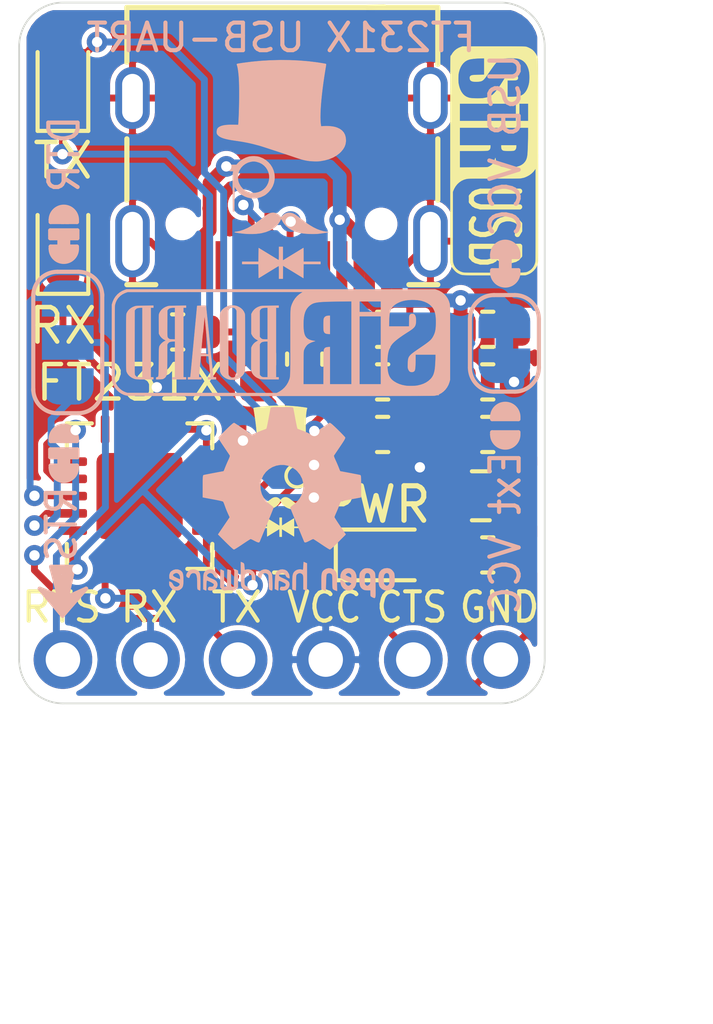
<source format=kicad_pcb>
(kicad_pcb (version 20171130) (host pcbnew "(5.1.2)-2")
  (title_block (title "USB to TTL Converter Based On The FT231XQ") (date 2020-02-06) (rev 3) (company SirBoard) (comment 1 www.SirBoard.com) (comment 2 "USB 2.0 Type-C Connector") (comment 3 FT231XQ))
  (layers (0 F.Cu signal) (31 B.Cu signal) (34 B.Paste user hide) (35 F.Paste user hide) (36 B.SilkS user) (37 F.SilkS user) (38 B.Mask user hide) (39 F.Mask user hide) (44 Edge.Cuts user))
  (net 0 "")
  (net 1 GND)
  (net 2 /D+)
  (net 3 /D-)
  (net 4 "Net-(FB1-Pad2)")
  (net 5 /VUSB)
  (net 6 "Net-(PWR1-Pad2)")
  (net 7 "Net-(R3-Pad2)")
  (net 8 VCC)
  (net 9 "Net-(C6-Pad1)")
  (net 10 CTS)
  (net 11 TX)
  (net 12 RX)
  (net 13 RTS)
  (net 14 "Net-(P1-PadB5)")
  (net 15 "Net-(P1-PadA8)")
  (net 16 "Net-(P1-PadA5)")
  (net 17 "Net-(P1-PadB8)")
  (net 18 uD-)
  (net 19 uD+)
  (net 20 "Net-(R5-Pad2)")
  (net 21 CBUS1)
  (net 22 CBUS2)
  (net 23 DTR_RTS)
  (net 24 DTR)
  (net 25 "Net-(U1-Pad16)")
  (net 26 "Net-(U1-Pad15)")
  (net 27 "Net-(U1-Pad5)")
  (net 28 "Net-(U1-Pad4)")
  (net 29 "Net-(U1-Pad2)")
  (module SirBoardLibrary:USB_C (layer F.Cu) (at 67.7799 37.211 180)
    (fp_text reference P1 hide)
    (fp_text value USB_C_Plug_USB2.0 hide)
    (pad B4 smd rect (at 5.4558 0.5866 180) (size 0.31 1.4) (layers F.Cu F.Paste F.Mask) (net 5 /VUSB))
    (pad B1 smd rect (at 6.2585 0.5866 180) (size 0.31 1.4) (layers F.Cu F.Paste F.Mask) (net 1 GND))
    (pad B9 smd rect (at 0.9685 0.5842 180) (size 0.31 1.4) (layers F.Cu F.Paste F.Mask) (net 5 /VUSB))
    (pad B12 smd rect (at 0.1685 0.5842 180) (size 0.31 1.4) (layers F.Cu F.Paste F.Mask) (net 1 GND))
    (pad A1 smd rect (at -0.1415 0.5866 180) (size 0.31 1.4) (layers F.Cu F.Paste F.Mask) (net 1 GND))
    (pad A12 smd rect (at 6.5685 0.5866 180) (size 0.31 1.4) (layers F.Cu F.Paste F.Mask) (net 1 GND))
    (pad "" np_thru_hole circle (at 0.3235 1.7866 180) (size 0.65 0.65) (drill oval 0.65) (layers *.Cu *.Mask))
    (pad "" np_thru_hole circle (at 6.1035 1.7866 180) (size 0.65 0.65) (drill oval 0.65) (layers *.Cu *.Mask))
    (pad S1 thru_hole oval (at -1.1065 5.4366 180) (size 1 1.8) (drill oval 0.6 1.4) (layers *.Cu *.Mask) (net 1 GND))
    (pad S1 thru_hole oval (at 7.5335 5.4366 180) (size 1 1.8) (drill oval 0.6 1.4) (layers *.Cu *.Mask) (net 1 GND))
    (pad S1 thru_hole oval (at 7.5335 1.2866 180) (size 1 2.1) (drill oval 0.6 1.7) (layers *.Cu *.Mask) (net 1 GND))
    (pad S1 thru_hole oval (at -1.1065 1.2866 180) (size 1 2.1) (drill oval 0.6 1.7) (layers *.Cu *.Mask) (net 1 GND))
    (pad B5 smd rect (at 4.9635 0.5866 180) (size 0.32 1.4) (layers F.Cu F.Paste F.Mask) (net 14 "Net-(P1-PadB5)"))
    (pad A8 smd rect (at 4.4635 0.5866 180) (size 0.32 1.4) (layers F.Cu F.Paste F.Mask) (net 15 "Net-(P1-PadA8)"))
    (pad B6 smd rect (at 3.9635 0.5866 180) (size 0.32 1.4) (layers F.Cu F.Paste F.Mask) (net 2 /D+))
    (pad A7 smd rect (at 3.4635 0.5866 180) (size 0.32 1.4) (layers F.Cu F.Paste F.Mask) (net 3 /D-))
    (pad A6 smd rect (at 2.9635 0.5866 180) (size 0.32 1.4) (layers F.Cu F.Paste F.Mask) (net 2 /D+))
    (pad B7 smd rect (at 2.4635 0.5866 180) (size 0.32 1.4) (layers F.Cu F.Paste F.Mask) (net 3 /D-))
    (pad A5 smd rect (at 1.9635 0.5866 180) (size 0.32 1.4) (layers F.Cu F.Paste F.Mask) (net 16 "Net-(P1-PadA5)"))
    (pad B8 smd rect (at 1.4635 0.5866 180) (size 0.32 1.4) (layers F.Cu F.Paste F.Mask) (net 17 "Net-(P1-PadB8)"))
    (pad A9 smd rect (at 5.7685 0.5866 180) (size 0.31 1.4) (layers F.Cu F.Paste F.Mask) (net 5 /VUSB))
    (pad A4 smd rect (at 0.6585 0.5866 180) (size 0.31 1.4) (layers F.Cu F.Paste F.Mask) (net 5 /VUSB))
  )
  (module Connector_PinHeader_2.54mm:PinHeader_1x06_P2.54mm_Horizontal (layer F.Cu) (at 70.9295 48.0568 270)
    (fp_text reference J1 hide)
    (fp_text value Conn_01x06)
    (pad 6 thru_hole oval (at 0 12.7 270) (size 1.7 1.7) (drill 1) (layers *.Cu *.Mask) (net 23 DTR_RTS))
    (pad 5 thru_hole oval (at 0 10.16 270) (size 1.7 1.7) (drill 1) (layers *.Cu *.Mask) (net 12 RX))
    (pad 4 thru_hole oval (at 0 7.62 270) (size 1.7 1.7) (drill 1) (layers *.Cu *.Mask) (net 11 TX))
    (pad 3 thru_hole oval (at 0 5.08 270) (size 1.7 1.7) (drill 1) (layers *.Cu *.Mask) (net 8 VCC))
    (pad 2 thru_hole oval (at 0 2.54 270) (size 1.7 1.7) (drill 1) (layers *.Cu *.Mask) (net 10 CTS))
    (pad 1 thru_hole circle (at 0 0 270) (size 1.7 1.7) (drill 1) (layers *.Cu *.Mask) (net 1 GND))
  )
  (module logo:Sir___66x25 (layer F.Cu) (at 70.739 33.5915 270)
    (fp_text reference G*** hide)
    (fp_text value LOGO hide)
  )
  (module Capacitor_SMD:C_0603_1608Metric (layer F.Cu) (at 64.516 45.0215)
    (fp_text reference C6 hide)
    (fp_text value 100nF)
    (pad 2 smd roundrect (at 0.7875 0) (size 0.875 0.95) (layers F.Cu F.Paste F.Mask) (net 1 GND))
    (pad 1 smd roundrect (at -0.7875 0) (size 0.875 0.95) (layers F.Cu F.Paste F.Mask) (net 9 "Net-(C6-Pad1)"))
  )
  (module logo:logo38x53 (layer F.Cu) (at 64.5414 42.5958)
    (fp_text reference G*** hide)
    (fp_text value LOGO hide)
  )
  (module Jumper:SolderJumper-3_P1.3mm_Open_RoundedPad1.0x1.5mm (layer B.Cu) (at 58.3692 38.862 90)
    (fp_text reference JP2 hide)
    (fp_text value SolderJumper_3_Open)
    (pad 2 smd rect (at 0 0 90) (size 1 1.5) (layers B.Cu B.Mask) (net 23 DTR_RTS))
    (pad 3 smd custom (at 1.3 0 90) (size 1 0.5) (layers B.Cu B.Mask) (net 24 DTR) (options (clearance outline) (anchor rect)) (primitives (gr_circle (center 0 -0.25) (end 0.5 -0.25) (width 0)) (gr_circle (center 0 0.25) (end 0.5 0.25) (width 0)) (gr_poly (pts (xy -0.55 0.75) (xy 0 0.75) (xy 0 -0.75) (xy -0.55 -0.75)) (width 0))))
    (pad 1 smd custom (at -1.3 0 90) (size 1 0.5) (layers B.Cu B.Mask) (net 13 RTS) (options (clearance outline) (anchor rect)) (primitives (gr_circle (center 0 -0.25) (end 0.5 -0.25) (width 0)) (gr_circle (center 0 0.25) (end 0.5 0.25) (width 0)) (gr_poly (pts (xy 0.55 0.75) (xy 0 0.75) (xy 0 -0.75) (xy 0.55 -0.75)) (width 0))))
  )
  (module Package_DFN_QFN:QFN-20-1EP_4x4mm_P0.5mm_EP2.5x2.5mm (layer F.Cu) (at 60.452 43.317 90)
    (fp_text reference FT231X (at 3.2866 -0.2794 180) (layer F.SilkS) (effects (font (thickness 0.13))))
    (fp_text value FT231XQ)
    (pad 20 smd roundrect (at -1 -1.9375 90) (size 0.25 0.825) (layers F.Cu F.Paste F.Mask) (net 9 "Net-(C6-Pad1)"))
    (pad 19 smd roundrect (at -0.5 -1.9375 90) (size 0.25 0.825) (layers F.Cu F.Paste F.Mask) (net 13 RTS))
    (pad 18 smd roundrect (at 0 -1.9375 90) (size 0.25 0.825) (layers F.Cu F.Paste F.Mask) (net 24 DTR))
    (pad 17 smd roundrect (at 0.5 -1.9375 90) (size 0.25 0.825) (layers F.Cu F.Paste F.Mask) (net 11 TX))
    (pad 16 smd roundrect (at 1 -1.9375 90) (size 0.25 0.825) (layers F.Cu F.Paste F.Mask) (net 25 "Net-(U1-Pad16)"))
    (pad 15 smd roundrect (at 1.9375 -1 90) (size 0.825 0.25) (layers F.Cu F.Paste F.Mask) (net 26 "Net-(U1-Pad15)"))
    (pad 14 smd roundrect (at 1.9375 -0.5 90) (size 0.825 0.25) (layers F.Cu F.Paste F.Mask) (net 21 CBUS1))
    (pad 13 smd roundrect (at 1.9375 0 90) (size 0.825 0.25) (layers F.Cu F.Paste F.Mask) (net 1 GND))
    (pad 12 smd roundrect (at 1.9375 0.5 90) (size 0.825 0.25) (layers F.Cu F.Paste F.Mask) (net 8 VCC))
    (pad 11 smd roundrect (at 1.9375 1 90) (size 0.825 0.25) (layers F.Cu F.Paste F.Mask) (net 9 "Net-(C6-Pad1)"))
    (pad 10 smd roundrect (at 1 1.9375 90) (size 0.25 0.825) (layers F.Cu F.Paste F.Mask) (net 9 "Net-(C6-Pad1)"))
    (pad 9 smd roundrect (at 0.5 1.9375 90) (size 0.25 0.825) (layers F.Cu F.Paste F.Mask) (net 18 uD-))
    (pad 8 smd roundrect (at 0 1.9375 90) (size 0.25 0.825) (layers F.Cu F.Paste F.Mask) (net 19 uD+))
    (pad 7 smd roundrect (at -0.5 1.9375 90) (size 0.25 0.825) (layers F.Cu F.Paste F.Mask) (net 22 CBUS2))
    (pad 6 smd roundrect (at -1 1.9375 90) (size 0.25 0.825) (layers F.Cu F.Paste F.Mask) (net 10 CTS))
    (pad 5 smd roundrect (at -1.9375 1 90) (size 0.825 0.25) (layers F.Cu F.Paste F.Mask) (net 27 "Net-(U1-Pad5)"))
    (pad 4 smd roundrect (at -1.9375 0.5 90) (size 0.825 0.25) (layers F.Cu F.Paste F.Mask) (net 28 "Net-(U1-Pad4)"))
    (pad 3 smd roundrect (at -1.9375 0 90) (size 0.825 0.25) (layers F.Cu F.Paste F.Mask) (net 1 GND))
    (pad 2 smd roundrect (at -1.9375 -0.5 90) (size 0.825 0.25) (layers F.Cu F.Paste F.Mask) (net 29 "Net-(U1-Pad2)"))
    (pad 1 smd roundrect (at -1.9375 -1 90) (size 0.825 0.25) (layers F.Cu F.Paste F.Mask) (net 12 RX))
    (pad 21 smd roundrect (at 0 0 90) (size 2.5 2.5) (layers F.Cu F.Mask) (roundrect_rratio 0.1) (net 1 GND))
  )
  (module logo:SirBoard98x31 (layer B.Cu) (at 64.5541 38.862 180)
    (fp_text reference G*** hide)
    (fp_text value LOGO hide)
  )
  (module Symbol:OSHW-Logo2_7.3x6mm_SilkScreen (layer B.Cu) (at 64.5795 43.4975 180)
    (fp_text reference REF** hide)
    (fp_text value OSHW-Logo2_7.3x6mm_SilkScreen hide)
  )
  (module logo:logo63x89 (layer B.Cu) (at 64.5541 33.8455 180)
    (fp_text reference G*** hide)
    (fp_text value LOGO hide)
  )
  (module Resistor_SMD:R_0603_1608Metric (layer F.Cu) (at 70.5485 45.0215)
    (fp_text reference R4 hide)
    (fp_text value 680E)
    (pad 2 smd roundrect (at 0.7875 0) (size 0.875 0.95) (layers F.Cu F.Paste F.Mask) (net 6 "Net-(PWR1-Pad2)"))
    (pad 1 smd roundrect (at -0.7875 0) (size 0.875 0.95) (layers F.Cu F.Paste F.Mask) (net 8 VCC))
  )
  (module Resistor_SMD:R_0603_1608Metric (layer F.Cu) (at 67.5005 40.005 180)
    (fp_text reference R3 hide)
    (fp_text value 680E)
    (pad 2 smd roundrect (at 0.7875 0 180) (size 0.875 0.95) (layers F.Cu F.Paste F.Mask) (net 7 "Net-(R3-Pad2)"))
    (pad 1 smd roundrect (at -0.7875 0 180) (size 0.875 0.95) (layers F.Cu F.Paste F.Mask) (net 8 VCC))
  )
  (module Inductor_SMD:L_0603_1608Metric (layer F.Cu) (at 70.5485 40.005)
    (fp_text reference FB1 hide)
    (fp_text value 40E@100MHz)
    (pad 2 smd roundrect (at 0.7875 0) (size 0.875 0.95) (layers F.Cu F.Paste F.Mask) (net 4 "Net-(FB1-Pad2)"))
    (pad 1 smd roundrect (at -0.7875 0) (size 0.875 0.95) (layers F.Cu F.Paste F.Mask) (net 8 VCC))
  )
  (module Capacitor_SMD:C_0603_1608Metric (layer F.Cu) (at 70.5485 41.529)
    (fp_text reference C4 hide)
    (fp_text value 100nF)
    (pad 2 smd roundrect (at 0.7875 0) (size 0.875 0.95) (layers F.Cu F.Paste F.Mask) (net 1 GND))
    (pad 1 smd roundrect (at -0.7875 0) (size 0.875 0.95) (layers F.Cu F.Paste F.Mask) (net 8 VCC))
  )
  (module Capacitor_SMD:C_0603_1608Metric (layer F.Cu) (at 70.5485 38.481)
    (fp_text reference C1 hide)
    (fp_text value 10nF)
    (pad 2 smd roundrect (at 0.7875 0) (size 0.875 0.95) (layers F.Cu F.Paste F.Mask) (net 1 GND))
    (pad 1 smd roundrect (at -0.7875 0) (size 0.875 0.95) (layers F.Cu F.Paste F.Mask) (net 5 /VUSB))
  )
  (module LED_SMD:LED_0603_1608Metric (layer F.Cu) (at 58.2295 31.242 90)
    (fp_text reference TX (at -2.3495 0 180) (layer F.SilkS) (effects (font (thickness 0.13))))
    (fp_text value GREEN)
    (pad 1 smd roundrect (at -0.7875 0 90) (size 0.875 0.95) (layers F.Cu F.Paste F.Mask) (net 22 CBUS2))
    (pad 2 smd roundrect (at 0.7875 0 90) (size 0.875 0.95) (layers F.Cu F.Paste F.Mask) (net 7 "Net-(R3-Pad2)"))
  )
  (module LED_SMD:LED_0603_1608Metric (layer F.Cu) (at 67.6275 45.0215)
    (fp_text reference PWR (at -0.3175 -1.4605 180) (layer F.SilkS))
    (fp_text value RED)
    (pad 2 smd roundrect (at 0.7875 0) (size 0.875 0.95) (layers F.Cu F.Paste F.Mask) (net 6 "Net-(PWR1-Pad2)"))
    (pad 1 smd roundrect (at -0.7875 0) (size 0.875 0.95) (layers F.Cu F.Paste F.Mask) (net 1 GND))
  )
  (module LED_SMD:LED_0603_1608Metric (layer F.Cu) (at 58.2295 35.9664 90)
    (fp_text reference RX (at -2.413 0 180) (layer F.SilkS) (effects (font (thickness 0.13))))
    (fp_text value GREEN)
    (pad 1 smd roundrect (at -0.7875 0 90) (size 0.875 0.95) (layers F.Cu F.Paste F.Mask) (net 21 CBUS1))
    (pad 2 smd roundrect (at 0.7875 0 90) (size 0.875 0.95) (layers F.Cu F.Paste F.Mask) (net 20 "Net-(R5-Pad2)"))
  )
  (module Resistor_SMD:R_0603_1608Metric (layer F.Cu) (at 67.5005 41.529 180)
    (fp_text reference R5 hide)
    (fp_text value 680E)
    (pad 2 smd roundrect (at 0.7875 0 180) (size 0.875 0.95) (layers F.Cu F.Paste F.Mask) (net 20 "Net-(R5-Pad2)"))
    (pad 1 smd roundrect (at -0.7875 0 180) (size 0.875 0.95) (layers F.Cu F.Paste F.Mask) (net 8 VCC))
  )
  (module Capacitor_SMD:C_0805_2012Metric (layer F.Cu) (at 70.3476 43.307)
    (fp_text reference C5 hide)
    (fp_text value 4.7uF)
    (pad 2 smd roundrect (at 0.9375 0) (size 0.975 1.4) (layers F.Cu F.Paste F.Mask) (net 1 GND))
    (pad 1 smd roundrect (at -0.9375 0) (size 0.975 1.4) (layers F.Cu F.Paste F.Mask) (net 8 VCC))
  )
  (module Jumper:SolderJumper-2_P1.3mm_Bridged_RoundedPad1.0x1.5mm (layer B.Cu) (at 71.0311 38.8874 270)
    (fp_text reference JP1 hide)
    (fp_text value SolderJumper_2_Open)
    (fp_poly (pts (xy 0.25 0.254) (xy -0.25 0.254) (xy -0.25 -0.254) (xy 0.25 -0.254)) (layer B.Cu) (width 0))
    (pad 1 smd custom (at -0.65 0 270) (size 1 0.5) (layers B.Cu B.Mask) (net 5 /VUSB) (options (clearance outline) (anchor rect)) (primitives (gr_circle (center 0 -0.25) (end 0.5 -0.25) (width 0)) (gr_circle (center 0 0.25) (end 0.5 0.25) (width 0)) (gr_poly (pts (xy 0 0.75) (xy 0.5 0.75) (xy 0.5 -0.75) (xy 0 -0.75)) (width 0))))
    (pad 2 smd custom (at 0.65 0 270) (size 1 0.5) (layers B.Cu B.Mask) (net 4 "Net-(FB1-Pad2)") (options (clearance outline) (anchor rect)) (primitives (gr_circle (center 0 -0.25) (end 0.5 -0.25) (width 0)) (gr_circle (center 0 0.25) (end 0.5 0.25) (width 0)) (gr_poly (pts (xy 0 0.75) (xy -0.5 0.75) (xy -0.5 -0.75) (xy 0 -0.75)) (width 0))))
  )
  (module Capacitor_SMD:C_0603_1608Metric (layer F.Cu) (at 61.5568 38.5572 180)
    (fp_text reference C3 hide)
    (fp_text value 47pF)
    (pad 2 smd roundrect (at 0.7875 0 180) (size 0.875 0.95) (layers F.Cu F.Paste F.Mask) (net 1 GND))
    (pad 1 smd roundrect (at -0.7875 0 180) (size 0.875 0.95) (layers F.Cu F.Paste F.Mask) (net 3 /D-))
  )
  (module Resistor_SMD:R_0603_1608Metric (layer F.Cu) (at 65.2399 39.3446 90)
    (fp_text reference R2 hide)
    (fp_text value 27e)
    (pad 2 smd roundrect (at 0.7875 0 90) (size 0.875 0.95) (layers F.Cu F.Paste F.Mask) (net 2 /D+))
    (pad 1 smd roundrect (at -0.7875 0 90) (size 0.875 0.95) (layers F.Cu F.Paste F.Mask) (net 19 uD+))
  )
  (module Resistor_SMD:R_0603_1608Metric (layer F.Cu) (at 63.8429 39.3446 270)
    (fp_text reference R1 hide)
    (fp_text value 27e)
    (pad 2 smd roundrect (at 0.7875 0 270) (size 0.875 0.95) (layers F.Cu F.Paste F.Mask) (net 18 uD-))
    (pad 1 smd roundrect (at -0.7875 0 270) (size 0.875 0.95) (layers F.Cu F.Paste F.Mask) (net 3 /D-))
  )
  (module Capacitor_SMD:C_0603_1608Metric (layer F.Cu) (at 67.5005 38.481)
    (fp_text reference C2 hide)
    (fp_text value 47pF)
    (pad 2 smd roundrect (at 0.7875 0) (size 0.875 0.95) (layers F.Cu F.Paste F.Mask) (net 1 GND))
    (pad 1 smd roundrect (at -0.7875 0) (size 0.875 0.95) (layers F.Cu F.Paste F.Mask) (net 2 /D+))
  )
  (gr_text USB (at 70.7136 35.4838 270) (layer F.SilkS) (effects (font (size 1.4 0.8))))
  (gr_arc (start 58.2295 30.2768) (end 58.2295 29.0068) (angle -90) (layer Edge.Cuts) (width 0.05))
  (gr_arc (start 70.9295 30.2768) (end 72.1995 30.2768) (angle -90) (layer Edge.Cuts) (width 0.05))
  (gr_arc (start 70.9295 48.0568) (end 70.9295 49.3268) (angle -90) (layer Edge.Cuts) (width 0.05))
  (gr_line (start 58.1152 45.5168) (end 58.2168 46.1264) (layer B.SilkS) (width 0.12))
  (gr_line (start 58.2422 45.5168) (end 58.1152 45.5168) (layer B.SilkS) (width 0.12))
  (gr_line (start 58.293 46.2026) (end 58.2422 45.5168) (layer B.SilkS) (width 0.12))
  (gr_line (start 58.3692 45.4914) (end 58.293 46.2026) (layer B.SilkS) (width 0.12))
  (gr_line (start 58.039 45.4406) (end 58.3692 45.4914) (layer B.SilkS) (width 0.12))
  (gr_line (start 58.166 46.2026) (end 58.039 45.4406) (layer B.SilkS) (width 0.12))
  (gr_line (start 57.9628 45.4152) (end 58.166 46.2026) (layer B.SilkS) (width 0.12))
  (gr_line (start 58.4454 45.4152) (end 57.9628 45.4152) (layer B.SilkS) (width 0.12))
  (gr_line (start 58.3438 46.2534) (end 58.4454 45.4152) (layer B.SilkS) (width 0.12))
  (gr_line (start 58.547 45.3644) (end 58.3438 46.2534) (layer B.SilkS) (width 0.12))
  (gr_line (start 57.8866 45.3644) (end 58.547 45.3644) (layer B.SilkS) (width 0.12))
  (gr_line (start 58.0898 46.1264) (end 57.8866 45.3644) (layer B.SilkS) (width 0.12))
  (gr_line (start 58.0898 46.3042) (end 58.293 46.355) (layer B.SilkS) (width 0.12))
  (gr_line (start 58.3946 46.3042) (end 58.0898 46.3042) (layer B.SilkS) (width 0.12))
  (gr_line (start 58.1914 46.4312) (end 58.3946 46.3042) (layer B.SilkS) (width 0.12))
  (gr_line (start 57.9882 46.2534) (end 58.1914 46.4312) (layer B.SilkS) (width 0.12))
  (gr_line (start 58.547 46.228) (end 57.9882 46.2534) (layer B.SilkS) (width 0.12))
  (gr_line (start 58.1914 46.5074) (end 58.547 46.228) (layer B.SilkS) (width 0.12))
  (gr_line (start 57.8358 46.1772) (end 58.1914 46.5074) (layer B.SilkS) (width 0.12))
  (gr_line (start 58.2168 46.5836) (end 57.8358 46.1772) (layer B.SilkS) (width 0.12))
  (gr_line (start 58.7248 46.1518) (end 58.2168 46.5836) (layer B.SilkS) (width 0.12))
  (gr_line (start 58.2168 46.6852) (end 58.7248 46.1518) (layer B.SilkS) (width 0.12))
  (gr_line (start 57.658 46.0756) (end 58.2168 46.6852) (layer B.SilkS) (width 0.12))
  (gr_line (start 58.9026 45.9994) (end 58.2168 46.7868) (layer B.SilkS) (width 0.12))
  (gr_line (start 58.4454 46.2026) (end 58.9026 45.9994) (layer B.SilkS) (width 0.12))
  (gr_line (start 58.0644 46.2026) (end 58.4454 46.2026) (layer B.SilkS) (width 0.12))
  (gr_line (start 57.5564 45.9994) (end 58.0644 46.2026) (layer B.SilkS) (width 0.12))
  (gr_line (start 58.2168 46.7868) (end 57.5564 45.9994) (layer B.SilkS) (width 0.12))
  (gr_line (start 57.8612 42.1132) (end 58.6486 42.1132) (layer B.SilkS) (width 0.12))
  (gr_text RTS (at 58.1914 44.1198 90) (layer B.SilkS) (effects (font (size 0.85 0.8) (thickness 0.12)) (justify mirror)))
  (gr_line (start 57.8612 42.0116) (end 58.6486 42.0116) (layer B.SilkS) (width 0.12))
  (gr_line (start 58.6486 42.1894) (end 57.8612 42.1894) (layer B.SilkS) (width 0.12))
  (gr_line (start 57.8612 42.1894) (end 57.8612 41.9608) (layer B.SilkS) (width 0.12))
  (gr_line (start 58.3184 41.7195) (end 58.3819 41.7195) (layer B.SilkS) (width 0.12))
  (gr_line (start 58.1279 42.4942) (end 58.2549 42.4307) (layer B.SilkS) (width 0.12))
  (gr_line (start 58.2549 42.4307) (end 58.1914 42.4307) (layer B.SilkS) (width 0.12))
  (gr_line (start 58.1914 42.4307) (end 58.1914 42.0497) (layer B.SilkS) (width 0.12))
  (gr_line (start 58.1914 41.7195) (end 58.2549 41.7195) (layer B.SilkS) (width 0.12))
  (gr_line (start 58.3819 41.3385) (end 58.1914 41.3385) (layer B.SilkS) (width 0.12))
  (gr_line (start 58.1914 41.3385) (end 57.9374 41.4655) (layer B.SilkS) (width 0.12))
  (gr_line (start 58.2549 42.0497) (end 58.2549 42.4307) (layer B.SilkS) (width 0.12))
  (gr_line (start 58.3184 42.4307) (end 58.3184 42.0497) (layer B.SilkS) (width 0.12))
  (gr_line (start 58.3184 41.402) (end 58.1914 41.402) (layer B.SilkS) (width 0.12))
  (gr_line (start 58.3819 42.0497) (end 58.3819 42.4942) (layer B.SilkS) (width 0.12))
  (gr_line (start 58.1279 42.0497) (end 58.1279 42.4942) (layer B.SilkS) (width 0.12))
  (gr_line (start 57.8612 42.0624) (end 58.6486 42.0624) (layer B.SilkS) (width 0.12))
  (gr_line (start 57.8612 41.9608) (end 58.6486 41.9608) (layer B.SilkS) (width 0.12))
  (gr_line (start 58.6486 41.9608) (end 58.6486 42.1894) (layer B.SilkS) (width 0.12))
  (gr_line (start 58.4454 41.5925) (end 58.3184 41.402) (layer B.SilkS) (width 0.12))
  (gr_line (start 57.9374 41.529) (end 58.3184 41.529) (layer B.SilkS) (width 0.12))
  (gr_line (start 57.8739 42.4307) (end 58.6359 42.4307) (layer B.SilkS) (width 0.12))
  (gr_line (start 57.8739 42.4942) (end 58.6359 42.4942) (layer B.SilkS) (width 0.12))
  (gr_line (start 58.5724 41.5925) (end 58.3819 41.3385) (layer B.SilkS) (width 0.12))
  (gr_line (start 58.0644 42.5577) (end 58.1914 42.7482) (layer B.SilkS) (width 0.12))
  (gr_arc (start 58.2549 42.4942) (end 57.8739 42.4942) (angle -180) (layer B.SilkS) (width 0.12))
  (gr_arc (start 58.2549 41.656) (end 58.6359 41.656) (angle -180) (layer B.SilkS) (width 0.12))
  (gr_line (start 58.6359 42.4307) (end 58.6359 42.4942) (layer B.SilkS) (width 0.12))
  (gr_line (start 58.1914 42.6212) (end 58.2549 42.6847) (layer B.SilkS) (width 0.12))
  (gr_line (start 58.2549 42.6847) (end 58.3184 42.6847) (layer B.SilkS) (width 0.12))
  (gr_line (start 58.5724 42.6847) (end 58.5724 42.5577) (layer B.SilkS) (width 0.12))
  (gr_line (start 57.9374 42.5577) (end 58.1279 42.8117) (layer B.SilkS) (width 0.12))
  (gr_line (start 58.5724 42.6212) (end 58.1914 42.6212) (layer B.SilkS) (width 0.12))
  (gr_line (start 58.3184 42.8117) (end 58.5724 42.6847) (layer B.SilkS) (width 0.12))
  (gr_line (start 58.1914 42.7482) (end 58.3184 42.7482) (layer B.SilkS) (width 0.12))
  (gr_line (start 58.5724 42.5577) (end 58.0644 42.5577) (layer B.SilkS) (width 0.12))
  (gr_line (start 57.8739 42.4942) (end 57.8739 42.4307) (layer B.SilkS) (width 0.12))
  (gr_line (start 58.3184 42.7482) (end 58.5724 42.6212) (layer B.SilkS) (width 0.12))
  (gr_line (start 58.3184 41.529) (end 58.2549 41.4655) (layer B.SilkS) (width 0.12))
  (gr_line (start 58.1279 42.8117) (end 58.3184 42.8117) (layer B.SilkS) (width 0.12))
  (gr_line (start 58.1914 41.402) (end 57.9374 41.529) (layer B.SilkS) (width 0.12))
  (gr_line (start 58.6359 41.656) (end 58.6359 41.7195) (layer B.SilkS) (width 0.12))
  (gr_line (start 58.6359 41.7195) (end 57.8739 41.7195) (layer B.SilkS) (width 0.12))
  (gr_line (start 57.9374 41.4655) (end 57.9374 41.5925) (layer B.SilkS) (width 0.12))
  (gr_line (start 57.8739 41.7195) (end 57.8739 41.656) (layer B.SilkS) (width 0.12))
  (gr_line (start 57.9374 41.5925) (end 58.4454 41.5925) (layer B.SilkS) (width 0.12))
  (gr_line (start 58.2549 41.4655) (end 58.1914 41.4655) (layer B.SilkS) (width 0.12))
  (gr_line (start 58.6359 41.656) (end 57.8739 41.656) (layer B.SilkS) (width 0.12))
  (gr_text DTR (at 58.2676 33.401 90) (layer B.SilkS) (effects (font (size 0.85 0.8) (thickness 0.12)) (justify mirror)))
  (gr_line (start 57.8612 35.7632) (end 58.6486 35.7632) (layer B.SilkS) (width 0.12))
  (gr_line (start 57.8612 35.7124) (end 58.6486 35.7124) (layer B.SilkS) (width 0.12))
  (gr_line (start 57.8612 35.6616) (end 58.6486 35.6616) (layer B.SilkS) (width 0.12))
  (gr_line (start 57.8612 35.8394) (end 57.8612 35.6108) (layer B.SilkS) (width 0.12))
  (gr_line (start 58.6486 35.8394) (end 57.8612 35.8394) (layer B.SilkS) (width 0.12))
  (gr_line (start 58.6486 35.6108) (end 58.6486 35.8394) (layer B.SilkS) (width 0.12))
  (gr_line (start 57.8612 35.6108) (end 58.6486 35.6108) (layer B.SilkS) (width 0.12))
  (gr_line (start 58.6359 35.3695) (end 57.8739 35.3695) (layer B.SilkS) (width 0.12))
  (gr_line (start 57.9374 35.2425) (end 58.4454 35.2425) (layer B.SilkS) (width 0.12))
  (gr_line (start 57.8739 35.3695) (end 57.8739 35.306) (layer B.SilkS) (width 0.12))
  (gr_line (start 58.6359 35.306) (end 57.8739 35.306) (layer B.SilkS) (width 0.12))
  (gr_line (start 57.9374 35.1155) (end 57.9374 35.2425) (layer B.SilkS) (width 0.12))
  (gr_line (start 58.2549 35.1155) (end 58.1914 35.1155) (layer B.SilkS) (width 0.12))
  (gr_line (start 58.3819 34.9885) (end 58.1914 34.9885) (layer B.SilkS) (width 0.12))
  (gr_line (start 58.1914 34.9885) (end 57.9374 35.1155) (layer B.SilkS) (width 0.12))
  (gr_line (start 58.3184 35.052) (end 58.1914 35.052) (layer B.SilkS) (width 0.12))
  (gr_line (start 58.3819 35.6997) (end 58.3819 36.1442) (layer B.SilkS) (width 0.12))
  (gr_line (start 58.1279 35.6997) (end 58.1279 36.1442) (layer B.SilkS) (width 0.12))
  (gr_line (start 58.1279 36.1442) (end 58.2549 36.0807) (layer B.SilkS) (width 0.12))
  (gr_line (start 58.2549 36.0807) (end 58.1914 36.0807) (layer B.SilkS) (width 0.12))
  (gr_line (start 58.1914 36.0807) (end 58.1914 35.6997) (layer B.SilkS) (width 0.12))
  (gr_line (start 58.1914 35.3695) (end 58.2549 35.3695) (layer B.SilkS) (width 0.12))
  (gr_line (start 58.2549 35.6997) (end 58.2549 36.0807) (layer B.SilkS) (width 0.12))
  (gr_line (start 58.3184 36.0807) (end 58.3184 35.6997) (layer B.SilkS) (width 0.12))
  (gr_line (start 58.3184 35.3695) (end 58.3819 35.3695) (layer B.SilkS) (width 0.12))
  (gr_line (start 58.5724 36.2077) (end 58.0644 36.2077) (layer B.SilkS) (width 0.12))
  (gr_line (start 58.3184 35.179) (end 58.2549 35.1155) (layer B.SilkS) (width 0.12))
  (gr_line (start 58.6359 35.306) (end 58.6359 35.3695) (layer B.SilkS) (width 0.12))
  (gr_line (start 58.5724 36.2712) (end 58.1914 36.2712) (layer B.SilkS) (width 0.12))
  (gr_line (start 57.8739 36.1442) (end 57.8739 36.0807) (layer B.SilkS) (width 0.12))
  (gr_line (start 58.1914 36.3982) (end 58.3184 36.3982) (layer B.SilkS) (width 0.12))
  (gr_line (start 58.3184 36.3982) (end 58.5724 36.2712) (layer B.SilkS) (width 0.12))
  (gr_line (start 58.1914 36.2712) (end 58.2549 36.3347) (layer B.SilkS) (width 0.12))
  (gr_line (start 57.9374 36.2077) (end 58.1279 36.4617) (layer B.SilkS) (width 0.12))
  (gr_line (start 58.1279 36.4617) (end 58.3184 36.4617) (layer B.SilkS) (width 0.12))
  (gr_line (start 58.2549 36.3347) (end 58.3184 36.3347) (layer B.SilkS) (width 0.12))
  (gr_line (start 58.1914 35.052) (end 57.9374 35.179) (layer B.SilkS) (width 0.12))
  (gr_line (start 58.5724 36.3347) (end 58.5724 36.2077) (layer B.SilkS) (width 0.12))
  (gr_line (start 58.3184 36.4617) (end 58.5724 36.3347) (layer B.SilkS) (width 0.12))
  (gr_line (start 58.6359 36.0807) (end 58.6359 36.1442) (layer B.SilkS) (width 0.12))
  (gr_line (start 57.8739 36.0807) (end 58.6359 36.0807) (layer B.SilkS) (width 0.12))
  (gr_line (start 57.8739 36.1442) (end 58.6359 36.1442) (layer B.SilkS) (width 0.12))
  (gr_arc (start 58.2549 36.1442) (end 57.8739 36.1442) (angle -180) (layer B.SilkS) (width 0.12))
  (gr_line (start 58.5724 35.2425) (end 58.3819 34.9885) (layer B.SilkS) (width 0.12))
  (gr_line (start 58.0644 36.2077) (end 58.1914 36.3982) (layer B.SilkS) (width 0.12))
  (gr_line (start 57.9374 35.179) (end 58.3184 35.179) (layer B.SilkS) (width 0.12))
  (gr_line (start 58.4454 35.2425) (end 58.3184 35.052) (layer B.SilkS) (width 0.12))
  (gr_arc (start 58.2549 35.306) (end 58.6359 35.306) (angle -180) (layer B.SilkS) (width 0.12))
  (gr_line (start 71.1835 36.3855) (end 71.1835 36.83) (layer B.SilkS) (width 0.12))
  (gr_line (start 71.12 36.3855) (end 71.1835 36.3855) (layer B.SilkS) (width 0.12))
  (gr_line (start 71.12 36.7665) (end 71.12 36.3855) (layer B.SilkS) (width 0.12))
  (gr_line (start 71.0565 36.3855) (end 71.0565 36.7665) (layer B.SilkS) (width 0.12))
  (gr_line (start 70.993 36.3855) (end 71.0565 36.3855) (layer B.SilkS) (width 0.12))
  (gr_line (start 70.993 36.7665) (end 70.993 36.3855) (layer B.SilkS) (width 0.12))
  (gr_line (start 71.0565 36.7665) (end 70.993 36.7665) (layer B.SilkS) (width 0.12))
  (gr_line (start 70.9295 36.83) (end 71.0565 36.7665) (layer B.SilkS) (width 0.12))
  (gr_line (start 70.9295 36.3855) (end 70.9295 36.83) (layer B.SilkS) (width 0.12))
  (gr_line (start 70.993 41.783) (end 71.12 41.783) (layer B.SilkS) (width 0.12))
  (gr_line (start 71.12 41.8465) (end 71.374 41.7195) (layer B.SilkS) (width 0.12))
  (gr_line (start 70.9295 41.8465) (end 71.12 41.8465) (layer B.SilkS) (width 0.12))
  (gr_line (start 71.0565 41.7195) (end 71.12 41.7195) (layer B.SilkS) (width 0.12))
  (gr_line (start 70.993 40.767) (end 70.739 40.894) (layer B.SilkS) (width 0.12))
  (gr_line (start 71.12 40.894) (end 71.0565 40.8305) (layer B.SilkS) (width 0.12))
  (gr_line (start 70.739 40.894) (end 71.12 40.894) (layer B.SilkS) (width 0.12))
  (gr_line (start 71.374 41.7195) (end 71.374 41.5925) (layer B.SilkS) (width 0.12))
  (gr_line (start 70.6755 41.529) (end 71.4375 41.529) (layer B.SilkS) (width 0.12))
  (gr_line (start 71.4375 41.4655) (end 71.4375 41.529) (layer B.SilkS) (width 0.12))
  (gr_line (start 71.374 41.5925) (end 70.866 41.5925) (layer B.SilkS) (width 0.12))
  (gr_line (start 70.6755 41.4655) (end 71.4375 41.4655) (layer B.SilkS) (width 0.12))
  (gr_line (start 70.866 41.5925) (end 70.993 41.783) (layer B.SilkS) (width 0.12))
  (gr_arc (start 71.0565 41.529) (end 70.6755 41.529) (angle -180) (layer B.SilkS) (width 0.12))
  (gr_line (start 70.6755 41.529) (end 70.6755 41.4655) (layer B.SilkS) (width 0.12))
  (gr_line (start 70.739 41.5925) (end 70.9295 41.8465) (layer B.SilkS) (width 0.12))
  (gr_line (start 71.374 41.656) (end 70.993 41.656) (layer B.SilkS) (width 0.12))
  (gr_line (start 70.993 41.656) (end 71.0565 41.7195) (layer B.SilkS) (width 0.12))
  (gr_line (start 71.12 41.783) (end 71.374 41.656) (layer B.SilkS) (width 0.12))
  (gr_line (start 71.374 40.9575) (end 71.1835 40.7035) (layer B.SilkS) (width 0.12))
  (gr_line (start 71.4375 41.021) (end 71.4375 41.0845) (layer B.SilkS) (width 0.12))
  (gr_arc (start 71.0565 41.021) (end 71.4375 41.021) (angle -180) (layer B.SilkS) (width 0.12))
  (gr_line (start 71.247 40.9575) (end 71.12 40.767) (layer B.SilkS) (width 0.12))
  (gr_line (start 70.739 40.9575) (end 71.247 40.9575) (layer B.SilkS) (width 0.12))
  (gr_line (start 70.6755 41.0845) (end 70.6755 41.021) (layer B.SilkS) (width 0.12))
  (gr_line (start 71.4375 41.021) (end 70.6755 41.021) (layer B.SilkS) (width 0.12))
  (gr_line (start 70.739 40.8305) (end 70.739 40.9575) (layer B.SilkS) (width 0.12))
  (gr_line (start 71.0565 40.8305) (end 70.993 40.8305) (layer B.SilkS) (width 0.12))
  (gr_line (start 71.1835 40.7035) (end 70.993 40.7035) (layer B.SilkS) (width 0.12))
  (gr_line (start 70.993 40.7035) (end 70.739 40.8305) (layer B.SilkS) (width 0.12))
  (gr_line (start 71.12 40.767) (end 70.993 40.767) (layer B.SilkS) (width 0.12))
  (gr_line (start 71.4375 41.0845) (end 70.6755 41.0845) (layer B.SilkS) (width 0.12))
  (gr_text "USB VCC" (at 71.0565 33.147 90) (layer B.SilkS) (effects (font (size 0.85 0.8) (thickness 0.12)) (justify mirror)))
  (gr_text "Ext VCC" (at 71.0565 44.3865 90) (layer B.SilkS) (effects (font (size 0.85 0.8) (thickness 0.12)) (justify mirror)))
  (gr_line (start 71.12 36.068) (end 70.993 36.068) (layer B.SilkS) (width 0.12))
  (gr_line (start 70.993 36.0045) (end 70.739 36.1315) (layer B.SilkS) (width 0.12))
  (gr_line (start 71.1835 36.0045) (end 70.993 36.0045) (layer B.SilkS) (width 0.12))
  (gr_line (start 71.0565 36.1315) (end 70.993 36.1315) (layer B.SilkS) (width 0.12))
  (gr_line (start 70.739 36.1315) (end 70.739 36.2585) (layer B.SilkS) (width 0.12))
  (gr_line (start 71.4375 36.322) (end 70.6755 36.322) (layer B.SilkS) (width 0.12))
  (gr_line (start 70.6755 36.3855) (end 70.6755 36.322) (layer B.SilkS) (width 0.12))
  (gr_line (start 70.739 36.2585) (end 71.247 36.2585) (layer B.SilkS) (width 0.12))
  (gr_line (start 71.4375 36.3855) (end 70.6755 36.3855) (layer B.SilkS) (width 0.12))
  (gr_line (start 71.247 36.2585) (end 71.12 36.068) (layer B.SilkS) (width 0.12))
  (gr_arc (start 71.0565 36.322) (end 71.4375 36.322) (angle -180) (layer B.SilkS) (width 0.12))
  (gr_line (start 71.4375 36.322) (end 71.4375 36.3855) (layer B.SilkS) (width 0.12))
  (gr_line (start 71.374 36.2585) (end 71.1835 36.0045) (layer B.SilkS) (width 0.12))
  (gr_line (start 70.739 36.195) (end 71.12 36.195) (layer B.SilkS) (width 0.12))
  (gr_line (start 71.12 36.195) (end 71.0565 36.1315) (layer B.SilkS) (width 0.12))
  (gr_line (start 70.993 36.068) (end 70.739 36.195) (layer B.SilkS) (width 0.12))
  (gr_line (start 71.0565 37.0205) (end 71.12 37.0205) (layer B.SilkS) (width 0.12))
  (gr_line (start 70.993 36.957) (end 71.0565 37.0205) (layer B.SilkS) (width 0.12))
  (gr_line (start 71.374 36.957) (end 70.993 36.957) (layer B.SilkS) (width 0.12))
  (gr_line (start 71.12 37.084) (end 71.374 36.957) (layer B.SilkS) (width 0.12))
  (gr_line (start 70.993 37.084) (end 71.12 37.084) (layer B.SilkS) (width 0.12))
  (gr_line (start 70.866 36.8935) (end 70.993 37.084) (layer B.SilkS) (width 0.12))
  (gr_line (start 71.374 36.8935) (end 70.866 36.8935) (layer B.SilkS) (width 0.12))
  (gr_line (start 71.374 37.0205) (end 71.374 36.8935) (layer B.SilkS) (width 0.12))
  (gr_line (start 71.12 37.1475) (end 71.374 37.0205) (layer B.SilkS) (width 0.12))
  (gr_line (start 70.9295 37.1475) (end 71.12 37.1475) (layer B.SilkS) (width 0.12))
  (gr_line (start 70.739 36.8935) (end 70.9295 37.1475) (layer B.SilkS) (width 0.12))
  (gr_line (start 70.6755 36.83) (end 70.6755 36.7665) (layer B.SilkS) (width 0.12))
  (gr_line (start 71.4375 36.7665) (end 71.4375 36.83) (layer B.SilkS) (width 0.12))
  (gr_line (start 70.6755 36.7665) (end 71.4375 36.7665) (layer B.SilkS) (width 0.12))
  (gr_line (start 70.6755 36.83) (end 71.4375 36.83) (layer B.SilkS) (width 0.12))
  (gr_arc (start 71.0565 36.83) (end 70.6755 36.83) (angle -180) (layer B.SilkS) (width 0.12))
  (gr_text GND (at 70.88886 46.54042) (layer F.SilkS) (effects (font (size 0.85 0.75) (thickness 0.12))))
  (gr_text CTS (at 68.34886 46.54042) (layer F.SilkS) (effects (font (size 0.85 0.75) (thickness 0.12))))
  (gr_text VCC (at 65.80886 46.54042) (layer F.SilkS) (effects (font (size 0.85 0.75) (thickness 0.12))))
  (gr_text TX (at 63.26886 46.54042) (layer F.SilkS) (effects (font (size 0.85 0.85) (thickness 0.12))))
  (gr_text RX (at 60.72886 46.54042) (layer F.SilkS) (effects (font (size 0.85 0.85) (thickness 0.12))))
  (gr_text RTS (at 58.18886 46.54042) (layer F.SilkS) (effects (font (size 0.85 0.85) (thickness 0.12))))
  (gr_line (start 70.9295 29.0068) (end 58.2295 29.0068) (layer Edge.Cuts) (width 0.05))
  (gr_arc (start 58.2295 48.0568) (end 56.9595 48.0568) (angle -90) (layer Edge.Cuts) (width 0.05))
  (gr_line (start 58.2295 49.3268) (end 70.9295 49.3268) (layer Edge.Cuts) (width 0.05))
  (gr_line (start 56.9595 48.0568) (end 56.9595 30.2768) (layer Edge.Cuts) (width 0.05))
  (gr_line (start 72.1995 48.0568) (end 72.1995 30.2768) (layer Edge.Cuts) (width 0.05))
  (gr_text "FT231X USB-UART" (at 64.5541 30.0228) (layer B.SilkS) (effects (font (size 0.8 0.8) (thickness 0.12)) (justify mirror)))
  (segment (start 61.5214 36.6244) (end 61.2114 36.6244) (width 0.2) (layer F.Cu) (net 1))
  (segment (start 60.7529 35.9244) (end 61.2114 36.3829) (width 0.2) (layer F.Cu) (net 1))
  (segment (start 60.2464 35.9244) (end 60.7529 35.9244) (width 0.2) (layer F.Cu) (net 1))
  (segment (start 61.2114 36.3829) (end 61.2114 36.6244) (width 0.2) (layer F.Cu) (net 1))
  (segment (start 67.919 36.6268) (end 67.9214 36.6244) (width 0.2) (layer F.Cu) (net 1))
  (segment (start 67.6114 36.6268) (end 67.919 36.6268) (width 0.2) (layer F.Cu) (net 1))
  (segment (start 68.1864 36.6244) (end 68.8864 35.9244) (width 0.2) (layer F.Cu) (net 1))
  (segment (start 67.9214 36.6244) (end 68.1864 36.6244) (width 0.2) (layer F.Cu) (net 1))
  (segment (start 64.8164 38.1336) (end 65.2399 38.5571) (width 0.2) (layer F.Cu) (net 2))
  (segment (start 64.8164 36.6244) (end 64.8164 38.1336) (width 0.2) (layer F.Cu) (net 2))
  (via (at 64.8335 35.3568) (size 0.6) (drill 0.3) (layers F.Cu B.Cu) (net 2))
  (segment (start 64.8164 36.6244) (end 64.8164 35.48541) (width 0.2) (layer F.Cu) (net 2))
  (segment (start 64.8164 35.48541) (end 64.84341 35.4584) (width 0.2) (layer F.Cu) (net 2))
  (segment (start 64.8335 35.3568) (end 63.9445 35.3568) (width 0.2) (layer B.Cu) (net 2))
  (segment (start 63.9445 35.3568) (end 63.761899 35.174199) (width 0.2) (layer B.Cu) (net 2))
  (via (at 63.4619 34.8742) (size 0.6) (drill 0.3) (layers F.Cu B.Cu) (net 2))
  (segment (start 63.761899 35.174199) (end 63.4619 34.8742) (width 0.2) (layer B.Cu) (net 2))
  (segment (start 63.6905 35.1028) (end 63.4619 34.8742) (width 0.2) (layer F.Cu) (net 2))
  (segment (start 63.6905 35.687) (end 63.6905 35.1028) (width 0.2) (layer F.Cu) (net 2))
  (segment (start 63.8164 36.6244) (end 63.8164 35.8129) (width 0.2) (layer F.Cu) (net 2))
  (segment (start 63.8164 35.8129) (end 63.6905 35.687) (width 0.2) (layer F.Cu) (net 2))
  (segment (start 66.6369 38.5571) (end 65.2399 38.5571) (width 0.2) (layer F.Cu) (net 2))
  (segment (start 66.713 38.481) (end 66.6369 38.5571) (width 0.2) (layer F.Cu) (net 2))
  (segment (start 64.3164 38.0836) (end 63.8429 38.5571) (width 0.2) (layer F.Cu) (net 3))
  (segment (start 64.3164 36.6244) (end 64.3164 38.0836) (width 0.2) (layer F.Cu) (net 3))
  (segment (start 65.3164 35.7244) (end 65.3164 36.6244) (width 0.2) (layer F.Cu) (net 3))
  (segment (start 65.4431 35.5977) (end 65.3164 35.7244) (width 0.2) (layer F.Cu) (net 3))
  (segment (start 65.4431 35.0266) (end 65.4431 35.5977) (width 0.2) (layer F.Cu) (net 3))
  (segment (start 64.3164 35.7244) (end 64.1731 35.5811) (width 0.2) (layer F.Cu) (net 3))
  (segment (start 64.3164 36.6244) (end 64.3164 35.7244) (width 0.2) (layer F.Cu) (net 3))
  (segment (start 64.1731 35.5811) (end 64.1731 35.0266) (width 0.2) (layer F.Cu) (net 3))
  (segment (start 64.4779 34.7218) (end 65.1383 34.7218) (width 0.2) (layer F.Cu) (net 3))
  (segment (start 64.1731 35.0266) (end 64.4779 34.7218) (width 0.2) (layer F.Cu) (net 3))
  (segment (start 65.1383 34.7218) (end 65.4431 35.0266) (width 0.2) (layer F.Cu) (net 3))
  (segment (start 62.3444 38.5571) (end 62.3443 38.5572) (width 0.2) (layer F.Cu) (net 3))
  (segment (start 63.8429 38.5571) (end 62.3444 38.5571) (width 0.2) (layer F.Cu) (net 3))
  (via (at 71.3105 40.005) (size 0.6) (drill 0.3) (layers F.Cu B.Cu) (net 4))
  (segment (start 62.0114 36.6244) (end 62.3241 36.6244) (width 0.2) (layer F.Cu) (net 5))
  (segment (start 66.9671 36.688838) (end 66.9671 36.1188) (width 0.4) (layer F.Cu) (net 5))
  (segment (start 67.004701 35.978601) (end 66.6877 35.6616) (width 0.4) (layer F.Cu) (net 5))
  (segment (start 66.649101 35.623001) (end 66.3321 35.306) (width 0.4) (layer F.Cu) (net 5))
  (segment (start 62.483501 35.598599) (end 62.1665 35.9156) (width 0.4) (layer F.Cu) (net 5))
  (via (at 62.9666 33.7566) (size 0.6) (drill 0.3) (layers F.Cu B.Cu) (net 5))
  (segment (start 62.483501 35.598599) (end 62.483501 34.988001) (width 0.4) (layer F.Cu) (net 5))
  (segment (start 62.483501 34.988001) (end 62.4713 34.9758) (width 0.4) (layer F.Cu) (net 5))
  (segment (start 62.1665 36.5506) (end 62.1665 35.940002) (width 0.4) (layer F.Cu) (net 5))
  (segment (start 69.761 37.6429) (end 69.7611 37.6428) (width 0.4) (layer F.Cu) (net 5))
  (segment (start 69.761 38.481) (end 69.761 37.6429) (width 0.4) (layer F.Cu) (net 5))
  (via (at 69.7611 37.6428) (size 0.6) (drill 0.3) (layers F.Cu B.Cu) (net 5))
  (segment (start 67.3227 37.6428) (end 66.2559 36.576) (width 0.4) (layer B.Cu) (net 5))
  (segment (start 66.2559 36.576) (end 66.2559 35.306) (width 0.4) (layer B.Cu) (net 5))
  (via (at 66.2559 35.306) (size 0.6) (drill 0.3) (layers F.Cu B.Cu) (net 5))
  (segment (start 69.7611 37.6428) (end 67.3227 37.6428) (width 0.4) (layer B.Cu) (net 5))
  (segment (start 70.8533 37.6428) (end 69.7611 37.6428) (width 0.4) (layer B.Cu) (net 5))
  (segment (start 71.0311 38.2524) (end 71.0311 37.8206) (width 0.4) (layer B.Cu) (net 5))
  (segment (start 71.0311 37.8206) (end 70.8533 37.6428) (width 0.4) (layer B.Cu) (net 5))
  (segment (start 66.2559 34.0614) (end 66.2559 35.306) (width 0.4) (layer B.Cu) (net 5))
  (segment (start 62.9666 33.7566) (end 65.9511 33.7566) (width 0.4) (layer B.Cu) (net 5))
  (segment (start 65.9511 33.7566) (end 66.2559 34.0614) (width 0.4) (layer B.Cu) (net 5))
  (segment (start 62.483501 34.239699) (end 62.9666 33.7566) (width 0.4) (layer F.Cu) (net 5))
  (segment (start 62.483501 34.988001) (end 62.483501 34.239699) (width 0.4) (layer F.Cu) (net 5))
  (segment (start 71.3105 45.047) (end 71.336 45.0215) (width 0.25) (layer F.Cu) (net 6))
  (segment (start 71.3105 45.5295) (end 71.3105 45.047) (width 0.25) (layer F.Cu) (net 6))
  (segment (start 70.8025 46.0375) (end 71.3105 45.5295) (width 0.25) (layer F.Cu) (net 6))
  (segment (start 68.856 46.0375) (end 70.8025 46.0375) (width 0.25) (layer F.Cu) (net 6))
  (segment (start 68.415 45.0215) (end 68.415 45.5965) (width 0.25) (layer F.Cu) (net 6))
  (segment (start 68.415 45.5965) (end 68.856 46.0375) (width 0.25) (layer F.Cu) (net 6))
  (via (at 59.2201 30.1498) (size 0.6) (drill 0.3) (layers F.Cu B.Cu) (net 7))
  (segment (start 58.2295 30.4545) (end 58.9154 30.4545) (width 0.2) (layer F.Cu) (net 7))
  (segment (start 58.9154 30.4545) (end 59.2201 30.1498) (width 0.2) (layer F.Cu) (net 7))
  (via (at 65.5193 41.4274) (size 0.6) (drill 0.3) (layers F.Cu B.Cu) (net 7))
  (segment (start 65.5193 41.1987) (end 66.713 40.005) (width 0.2) (layer F.Cu) (net 7))
  (segment (start 65.5193 41.4274) (end 65.5193 41.1987) (width 0.2) (layer F.Cu) (net 7))
  (segment (start 65.0748 41.4274) (end 65.5193 41.4274) (width 0.2) (layer B.Cu) (net 7))
  (segment (start 61.2394 30.1498) (end 62.3316 31.242) (width 0.2) (layer B.Cu) (net 7))
  (segment (start 59.2201 30.1498) (end 61.2394 30.1498) (width 0.2) (layer B.Cu) (net 7))
  (segment (start 62.3316 31.242) (end 62.3316 33.9344) (width 0.2) (layer B.Cu) (net 7))
  (segment (start 62.3316 33.9344) (end 62.8904 34.4932) (width 0.2) (layer B.Cu) (net 7))
  (segment (start 62.8904 34.4932) (end 62.8904 39.243) (width 0.2) (layer B.Cu) (net 7))
  (segment (start 62.8904 39.243) (end 65.0748 41.4274) (width 0.2) (layer B.Cu) (net 7))
  (segment (start 69.4101 41.8799) (end 69.761 41.529) (width 0.4) (layer F.Cu) (net 8))
  (segment (start 69.4101 43.307) (end 69.4101 41.8799) (width 0.4) (layer F.Cu) (net 8))
  (segment (start 69.761 41.529) (end 69.761 40.005) (width 0.4) (layer F.Cu) (net 8))
  (segment (start 68.288 40.005) (end 68.288 41.529) (width 0.4) (layer F.Cu) (net 8))
  (segment (start 68.288 40.005) (end 69.761 40.005) (width 0.4) (layer F.Cu) (net 8))
  (segment (start 69.761 41.529) (end 68.288 41.529) (width 0.4) (layer F.Cu) (net 8))
  (segment (start 69.7865 45.0595) (end 69.761 45.085) (width 0.4) (layer F.Cu) (net 8))
  (segment (start 69.7865 44.45) (end 69.7865 45.0595) (width 0.4) (layer F.Cu) (net 8))
  (segment (start 69.4101 43.307) (end 69.4101 44.0736) (width 0.4) (layer F.Cu) (net 8))
  (segment (start 69.4101 44.0736) (end 69.7865 44.45) (width 0.4) (layer F.Cu) (net 8))
  (via (at 68.58 42.4815) (size 0.6) (drill 0.3) (layers F.Cu B.Cu) (net 8))
  (segment (start 68.5846 42.4815) (end 68.58 42.4815) (width 0.4) (layer F.Cu) (net 8))
  (segment (start 69.4101 43.307) (end 68.5846 42.4815) (width 0.4) (layer F.Cu) (net 8))
  (segment (start 68.288 42.1895) (end 68.58 42.4815) (width 0.4) (layer F.Cu) (net 8))
  (segment (start 68.288 41.529) (end 68.288 42.1895) (width 0.4) (layer F.Cu) (net 8))
  (via (at 60.951999 40.160491) (size 0.6) (drill 0.3) (layers F.Cu B.Cu) (net 8))
  (segment (start 60.951999 40.584755) (end 60.951999 40.160491) (width 0.2) (layer F.Cu) (net 8))
  (segment (start 60.952 41.3795) (end 60.951999 40.584755) (width 0.2) (layer F.Cu) (net 8))
  (segment (start 62.3895 41.4091) (end 62.3895 42.317) (width 0.2) (layer F.Cu) (net 9))
  (segment (start 61.452 41.3795) (end 62.3599 41.3795) (width 0.2) (layer F.Cu) (net 9))
  (segment (start 62.3599 41.3795) (end 62.3895 41.4091) (width 0.2) (layer F.Cu) (net 9))
  (via (at 58.6486 45.4406) (size 0.6) (drill 0.3) (layers F.Cu B.Cu) (net 9))
  (segment (start 58.5145 44.317) (end 58.5145 45.3065) (width 0.2) (layer F.Cu) (net 9))
  (segment (start 58.5145 45.3065) (end 58.6486 45.4406) (width 0.2) (layer F.Cu) (net 9))
  (via (at 62.3895 41.4091) (size 0.6) (drill 0.3) (layers F.Cu B.Cu) (net 9))
  (segment (start 62.2737 41.4091) (end 62.3895 41.4091) (width 0.2) (layer B.Cu) (net 9))
  (segment (start 58.6486 45.4406) (end 58.6486 45.0342) (width 0.2) (layer B.Cu) (net 9))
  (segment (start 60.4901 43.1927) (end 60.5917 43.1927) (width 0.2) (layer B.Cu) (net 9))
  (segment (start 58.6486 45.0342) (end 60.4901 43.1927) (width 0.2) (layer B.Cu) (net 9))
  (segment (start 60.4901 43.1927) (end 62.2737 41.4091) (width 0.2) (layer B.Cu) (net 9))
  (via (at 63.7286 45.8978) (size 0.6) (drill 0.3) (layers F.Cu B.Cu) (net 9))
  (segment (start 63.2968 45.8978) (end 63.7286 45.8978) (width 0.2) (layer B.Cu) (net 9))
  (segment (start 60.5917 43.1927) (end 63.2968 45.8978) (width 0.2) (layer B.Cu) (net 9))
  (segment (start 63.7286 45.0216) (end 63.7285 45.0215) (width 0.2) (layer F.Cu) (net 9))
  (segment (start 63.7286 45.8978) (end 63.7286 45.0216) (width 0.2) (layer F.Cu) (net 9))
  (segment (start 67.539501 47.079801) (end 68.3895 47.9298) (width 0.2) (layer F.Cu) (net 10))
  (segment (start 67.0687 46.609) (end 67.539501 47.079801) (width 0.2) (layer F.Cu) (net 10))
  (segment (start 63.3984 46.609) (end 67.0687 46.609) (width 0.2) (layer F.Cu) (net 10))
  (segment (start 62.3895 44.317) (end 62.3895 45.6001) (width 0.2) (layer F.Cu) (net 10))
  (segment (start 62.3895 45.6001) (end 63.3984 46.609) (width 0.2) (layer F.Cu) (net 10))
  (via (at 58.5978 41.402) (size 0.6) (drill 0.3) (layers F.Cu B.Cu) (net 11))
  (segment (start 58.002 42.817) (end 58.5145 42.817) (width 0.2) (layer F.Cu) (net 11))
  (segment (start 57.7596 42.5746) (end 58.002 42.817) (width 0.2) (layer F.Cu) (net 11))
  (segment (start 57.7596 41.815936) (end 57.7596 42.5746) (width 0.2) (layer F.Cu) (net 11))
  (segment (start 58.5978 41.402) (end 58.173536 41.402) (width 0.2) (layer F.Cu) (net 11))
  (segment (start 58.173536 41.402) (end 57.7596 41.815936) (width 0.2) (layer F.Cu) (net 11))
  (via (at 57.404 45.0342) (size 0.6) (drill 0.3) (layers F.Cu B.Cu) (net 11))
  (segment (start 57.4802 45.0342) (end 57.404 45.0342) (width 0.2) (layer B.Cu) (net 11))
  (segment (start 58.5978 41.402) (end 58.5978 43.9166) (width 0.2) (layer B.Cu) (net 11))
  (segment (start 58.5978 43.9166) (end 57.4802 45.0342) (width 0.2) (layer B.Cu) (net 11))
  (segment (start 57.404 45.466) (end 57.404 45.0342) (width 0.2) (layer F.Cu) (net 11))
  (segment (start 58.801 46.863) (end 57.404 45.466) (width 0.2) (layer F.Cu) (net 11))
  (segment (start 63.3095 47.9298) (end 62.2427 46.863) (width 0.2) (layer F.Cu) (net 11))
  (segment (start 62.2427 46.863) (end 58.801 46.863) (width 0.2) (layer F.Cu) (net 11))
  (segment (start 59.452 45.2545) (end 59.452 45.9392) (width 0.2) (layer F.Cu) (net 12))
  (via (at 59.4614 46.2788) (size 0.6) (drill 0.3) (layers F.Cu B.Cu) (net 12))
  (segment (start 59.452 45.9392) (end 59.452 46.2694) (width 0.2) (layer F.Cu) (net 12))
  (segment (start 59.452 46.2694) (end 59.4614 46.2788) (width 0.2) (layer F.Cu) (net 12))
  (segment (start 60.7695 46.8503) (end 60.7695 47.9298) (width 0.2) (layer B.Cu) (net 12))
  (segment (start 59.4614 46.2788) (end 60.198 46.2788) (width 0.2) (layer B.Cu) (net 12))
  (segment (start 60.198 46.2788) (end 60.7695 46.8503) (width 0.2) (layer B.Cu) (net 12))
  (via (at 57.404 44.170596) (size 0.6) (drill 0.3) (layers F.Cu B.Cu) (net 13))
  (segment (start 57.703999 43.870597) (end 57.404 44.170596) (width 0.2) (layer F.Cu) (net 13))
  (segment (start 57.757596 43.817) (end 57.703999 43.870597) (width 0.2) (layer F.Cu) (net 13))
  (segment (start 58.5145 43.817) (end 57.757596 43.817) (width 0.2) (layer F.Cu) (net 13))
  (segment (start 58.2168 40.0812) (end 57.9882 40.3098) (width 0.2) (layer B.Cu) (net 13))
  (segment (start 57.759604 44.170596) (end 57.404 44.170596) (width 0.2) (layer B.Cu) (net 13))
  (segment (start 58.3946 40.5892) (end 57.8866 41.0972) (width 0.2) (layer B.Cu) (net 13))
  (segment (start 58.3946 40.132) (end 58.3946 40.5892) (width 0.2) (layer B.Cu) (net 13))
  (segment (start 57.8866 41.0972) (end 57.8866 41.783) (width 0.2) (layer B.Cu) (net 13))
  (segment (start 57.8866 41.783) (end 58.0644 41.9608) (width 0.2) (layer B.Cu) (net 13))
  (segment (start 58.0644 41.9608) (end 58.0644 43.8658) (width 0.2) (layer B.Cu) (net 13))
  (segment (start 58.0644 43.8658) (end 57.759604 44.170596) (width 0.2) (layer B.Cu) (net 13))
  (segment (start 62.9794 42.817) (end 62.9904 42.828) (width 0.2) (layer F.Cu) (net 18))
  (segment (start 62.3895 42.817) (end 62.9794 42.817) (width 0.2) (layer F.Cu) (net 18))
  (segment (start 64.3164 40.6056) (end 63.8429 40.1321) (width 0.2) (layer F.Cu) (net 18))
  (segment (start 64.3164 42.1089) (end 64.3164 40.6056) (width 0.2) (layer F.Cu) (net 18))
  (segment (start 63.021 42.828) (end 63.5973 42.828) (width 0.2) (layer F.Cu) (net 18))
  (segment (start 63.5973 42.828) (end 64.3164 42.1089) (width 0.2) (layer F.Cu) (net 18))
  (segment (start 62.3895 43.317) (end 62.9312 43.317) (width 0.2) (layer F.Cu) (net 19))
  (segment (start 62.9312 43.317) (end 63.023701 43.224499) (width 0.2) (layer F.Cu) (net 19))
  (segment (start 64.778288 40.593712) (end 65.2399 40.1321) (width 0.2) (layer F.Cu) (net 19))
  (segment (start 64.7664 40.6056) (end 64.778288 40.593712) (width 0.2) (layer F.Cu) (net 19))
  (segment (start 64.7664 42.2953) (end 64.7664 40.6056) (width 0.2) (layer F.Cu) (net 19))
  (segment (start 63.074501 43.224499) (end 63.837201 43.224499) (width 0.2) (layer F.Cu) (net 19))
  (segment (start 63.837201 43.224499) (end 64.7664 42.2953) (width 0.2) (layer F.Cu) (net 19))
  (via (at 63.4492 41.7068) (size 0.6) (drill 0.3) (layers F.Cu B.Cu) (net 20))
  (via (at 65.5066 43.3578) (size 0.6) (drill 0.3) (layers F.Cu B.Cu) (net 20))
  (segment (start 66.713 41.529) (end 66.713 42.1514) (width 0.2) (layer F.Cu) (net 20))
  (segment (start 66.713 42.1514) (end 65.5066 43.3578) (width 0.2) (layer F.Cu) (net 20))
  (segment (start 63.4492 42.6212) (end 63.4492 41.7068) (width 0.2) (layer B.Cu) (net 20))
  (segment (start 65.5066 43.3578) (end 64.1858 43.3578) (width 0.2) (layer B.Cu) (net 20))
  (segment (start 64.1858 43.3578) (end 63.4492 42.6212) (width 0.2) (layer B.Cu) (net 20))
  (segment (start 63.4492 41.2496) (end 63.4492 41.7068) (width 0.2) (layer F.Cu) (net 20))
  (segment (start 61.5696 39.37) (end 63.4492 41.2496) (width 0.2) (layer F.Cu) (net 20))
  (segment (start 61.5696 37.8968) (end 61.5696 39.37) (width 0.2) (layer F.Cu) (net 20))
  (segment (start 58.9279 35.1789) (end 59.3852 35.6362) (width 0.2) (layer F.Cu) (net 20))
  (segment (start 58.2295 35.1789) (end 58.9279 35.1789) (width 0.2) (layer F.Cu) (net 20))
  (segment (start 59.3852 35.6362) (end 59.3852 36.9062) (width 0.2) (layer F.Cu) (net 20))
  (segment (start 59.3852 36.9062) (end 60.1726 37.6936) (width 0.2) (layer F.Cu) (net 20))
  (segment (start 60.1726 37.6936) (end 61.3664 37.6936) (width 0.2) (layer F.Cu) (net 20))
  (segment (start 61.3664 37.6936) (end 61.5696 37.8968) (width 0.2) (layer F.Cu) (net 20))
  (segment (start 59.952 40.2924) (end 59.952 41.3795) (width 0.2) (layer F.Cu) (net 21))
  (segment (start 58.2295 36.7539) (end 58.2295 38.5699) (width 0.2) (layer F.Cu) (net 21))
  (segment (start 58.2295 38.5699) (end 59.952 40.2924) (width 0.2) (layer F.Cu) (net 21))
  (via (at 58.2168 33.401) (size 0.6) (drill 0.3) (layers F.Cu B.Cu) (net 22))
  (segment (start 58.2168 32.0422) (end 58.2295 32.0295) (width 0.2) (layer F.Cu) (net 22))
  (segment (start 58.2168 33.401) (end 58.2168 32.0422) (width 0.2) (layer F.Cu) (net 22))
  (via (at 65.510953 42.413647) (size 0.6) (drill 0.3) (layers F.Cu B.Cu) (net 22))
  (segment (start 58.2168 33.401) (end 61.2648 33.401) (width 0.2) (layer B.Cu) (net 22))
  (segment (start 62.3895 43.817) (end 64.1076 43.817) (width 0.2) (layer F.Cu) (net 22))
  (segment (start 65.210954 42.713646) (end 65.510953 42.413647) (width 0.2) (layer F.Cu) (net 22))
  (segment (start 65.210954 42.113648) (end 65.510953 42.413647) (width 0.2) (layer B.Cu) (net 22))
  (segment (start 64.1076 43.817) (end 65.210954 42.713646) (width 0.2) (layer F.Cu) (net 22))
  (segment (start 62.484 39.386694) (end 65.210954 42.113648) (width 0.2) (layer B.Cu) (net 22))
  (segment (start 61.2648 33.401) (end 62.484 34.6202) (width 0.2) (layer B.Cu) (net 22))
  (segment (start 62.484 34.6202) (end 62.484 39.386694) (width 0.2) (layer B.Cu) (net 22))
  (segment (start 58.2295 47.9298) (end 58.1406 47.8409) (width 0.2) (layer B.Cu) (net 23))
  (segment (start 58.039 47.7393) (end 58.2295 47.9298) (width 0.2) (layer B.Cu) (net 23))
  (segment (start 58.039 45.0596) (end 58.039 47.7393) (width 0.2) (layer B.Cu) (net 23))
  (segment (start 59.2836 43.815) (end 58.039 45.0596) (width 0.2) (layer B.Cu) (net 23))
  (segment (start 59.3344 38.862) (end 59.436 38.9636) (width 0.2) (layer B.Cu) (net 23))
  (segment (start 58.2422 38.862) (end 59.3344 38.862) (width 0.2) (layer B.Cu) (net 23))
  (segment (start 59.4614 43.6372) (end 59.309 43.7896) (width 0.2) (layer B.Cu) (net 23))
  (segment (start 59.4614 38.989) (end 59.4614 43.6372) (width 0.2) (layer B.Cu) (net 23))
  (via (at 57.404 43.307) (size 0.6) (drill 0.3) (layers F.Cu B.Cu) (net 24))
  (segment (start 58.5045 43.307) (end 58.5145 43.317) (width 0.2) (layer F.Cu) (net 24))
  (segment (start 57.404 43.307) (end 58.5045 43.307) (width 0.2) (layer F.Cu) (net 24))
  (segment (start 57.277 43.18) (end 57.404 43.307) (width 0.2) (layer B.Cu) (net 24))
  (segment (start 57.277 37.679608) (end 57.277 43.18) (width 0.2) (layer B.Cu) (net 24))
  (segment (start 58.2422 37.562) (end 57.394608 37.562) (width 0.2) (layer B.Cu) (net 24))
  (segment (start 57.394608 37.562) (end 57.277 37.679608) (width 0.2) (layer B.Cu) (net 24))
  (zone (net 1) (net_name GND) (layer F.Cu) (connect_pads (clearance 0.15)) (min_thickness 0.15) (fill yes (arc_segments 32) (thermal_gap 0.15) (thermal_bridge_width 0.2))
    (polygon (pts (xy 57.1754 49.10582) (xy 57.1754 29.22524) (xy 71.9836 29.22524) (xy 71.9836 49.10582)))
  )
  (zone (net 8) (net_name VCC) (layer B.Cu) (connect_pads (clearance 0.15)) (min_thickness 0.15) (fill yes (arc_segments 32) (thermal_gap 0.15) (thermal_bridge_width 0.2))
    (polygon (pts (xy 57.1754 49.10582) (xy 57.1754 29.22524) (xy 71.9836 29.22524) (xy 71.9836 49.10582)))
  )
)
</source>
